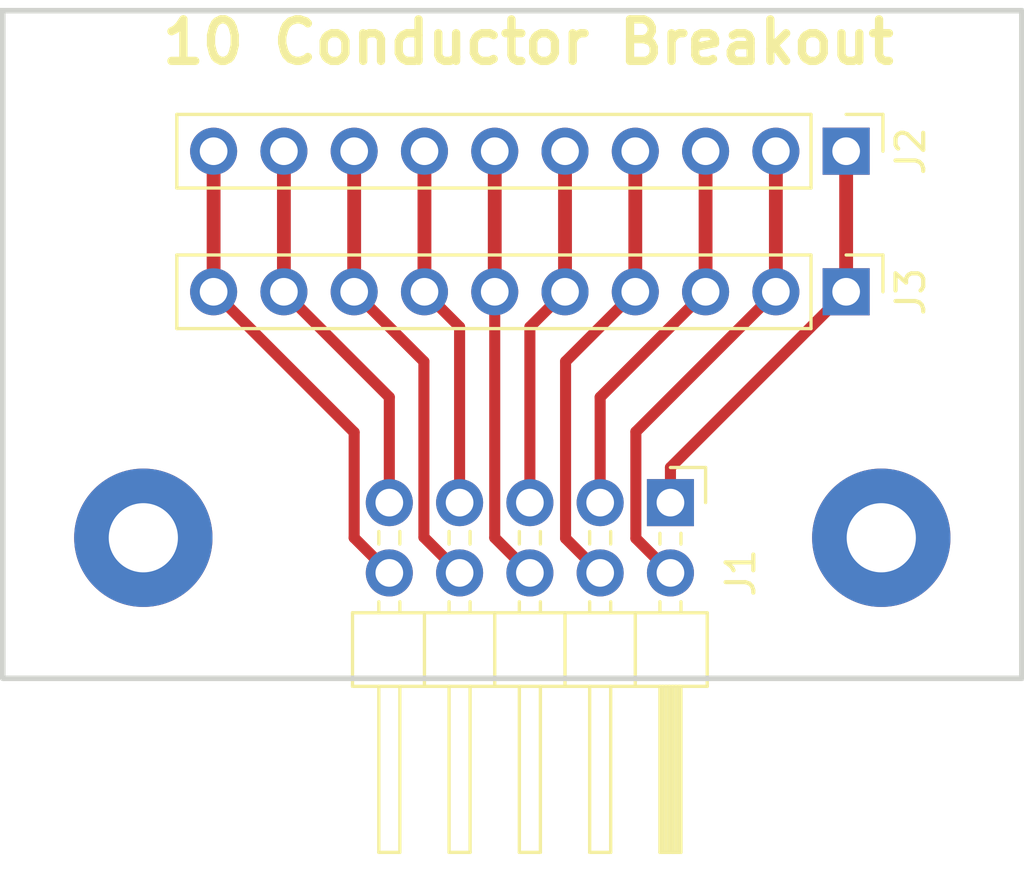
<source format=kicad_pcb>
(kicad_pcb (version 20221018) (generator pcbnew)
  (title_block (title "10 Conductor Ribbon Cable Breakout Board") (date "9-Aug-2023") (rev "-"))
  (layers (0 "F.Cu" signal) (31 "B.Cu" signal) (34 "B.Paste" user) (35 "F.Paste" user) (36 "B.SilkS" user "B.Silkscreen") (37 "F.SilkS" user "F.Silkscreen") (38 "B.Mask" user) (39 "F.Mask" user) (44 "Edge.Cuts" user))
  (net 0 "")
  (net 1 "Net-(J1-Pin_1)")
  (net 2 "Net-(J1-Pin_2)")
  (net 3 "Net-(J1-Pin_3)")
  (net 4 "Net-(J1-Pin_4)")
  (net 5 "Net-(J1-Pin_5)")
  (net 6 "Net-(J1-Pin_6)")
  (net 7 "Net-(J1-Pin_7)")
  (net 8 "Net-(J1-Pin_8)")
  (net 9 "Net-(J1-Pin_9)")
  (net 10 "Net-(J1-Pin_10)")
  (footprint "Connector_PinHeader_2.54mm:PinHeader_2x05_P2.54mm_Horizontal" (layer "F.Cu") (at 163.295 97.045 -90)
    (fp_text reference "J1" (at 2.54 -2.54 90) (layer "F.SilkS"))
    (fp_text value "Conn_02x05_Odd_Even")
    (fp_line (start -1.27 -1.27) (end 0 -1.27) (stroke (width 0.12)) (layer "F.SilkS"))
    (fp_line (start -1.27 0) (end -1.27 -1.27) (stroke (width 0.12)) (layer "F.SilkS"))
    (fp_line (start 1.042929 2.16) (end 1.497071 2.16) (stroke (width 0.12)) (layer "F.SilkS"))
    (fp_line (start 1.042929 2.92) (end 1.497071 2.92) (stroke (width 0.12)) (layer "F.SilkS"))
    (fp_line (start 1.042929 4.7) (end 1.497071 4.7) (stroke (width 0.12)) (layer "F.SilkS"))
    (fp_line (start 1.042929 5.46) (end 1.497071 5.46) (stroke (width 0.12)) (layer "F.SilkS"))
    (fp_line (start 1.042929 7.24) (end 1.497071 7.24) (stroke (width 0.12)) (layer "F.SilkS"))
    (fp_line (start 1.042929 8) (end 1.497071 8) (stroke (width 0.12)) (layer "F.SilkS"))
    (fp_line (start 1.042929 9.78) (end 1.497071 9.78) (stroke (width 0.12)) (layer "F.SilkS"))
    (fp_line (start 1.042929 10.54) (end 1.497071 10.54) (stroke (width 0.12)) (layer "F.SilkS"))
    (fp_line (start 1.11 -0.38) (end 1.497071 -0.38) (stroke (width 0.12)) (layer "F.SilkS"))
    (fp_line (start 1.11 0.38) (end 1.497071 0.38) (stroke (width 0.12)) (layer "F.SilkS"))
    (fp_line (start 3.582929 -0.38) (end 3.98 -0.38) (stroke (width 0.12)) (layer "F.SilkS"))
    (fp_line (start 3.582929 0.38) (end 3.98 0.38) (stroke (width 0.12)) (layer "F.SilkS"))
    (fp_line (start 3.582929 2.16) (end 3.98 2.16) (stroke (width 0.12)) (layer "F.SilkS"))
    (fp_line (start 3.582929 2.92) (end 3.98 2.92) (stroke (width 0.12)) (layer "F.SilkS"))
    (fp_line (start 3.582929 4.7) (end 3.98 4.7) (stroke (width 0.12)) (layer "F.SilkS"))
    (fp_line (start 3.582929 5.46) (end 3.98 5.46) (stroke (width 0.12)) (layer "F.SilkS"))
    (fp_line (start 3.582929 7.24) (end 3.98 7.24) (stroke (width 0.12)) (layer "F.SilkS"))
    (fp_line (start 3.582929 8) (end 3.98 8) (stroke (width 0.12)) (layer "F.SilkS"))
    (fp_line (start 3.582929 9.78) (end 3.98 9.78) (stroke (width 0.12)) (layer "F.SilkS"))
    (fp_line (start 3.582929 10.54) (end 3.98 10.54) (stroke (width 0.12)) (layer "F.SilkS"))
    (fp_line (start 3.98 -1.33) (end 3.98 11.49) (stroke (width 0.12)) (layer "F.SilkS"))
    (fp_line (start 3.98 1.27) (end 6.64 1.27) (stroke (width 0.12)) (layer "F.SilkS"))
    (fp_line (start 3.98 3.81) (end 6.64 3.81) (stroke (width 0.12)) (layer "F.SilkS"))
    (fp_line (start 3.98 6.35) (end 6.64 6.35) (stroke (width 0.12)) (layer "F.SilkS"))
    (fp_line (start 3.98 8.89) (end 6.64 8.89) (stroke (width 0.12)) (layer "F.SilkS"))
    (fp_line (start 3.98 11.49) (end 6.64 11.49) (stroke (width 0.12)) (layer "F.SilkS"))
    (fp_line (start 6.64 -1.33) (end 3.98 -1.33) (stroke (width 0.12)) (layer "F.SilkS"))
    (fp_line (start 6.64 -0.38) (end 12.64 -0.38) (stroke (width 0.12)) (layer "F.SilkS"))
    (fp_line (start 6.64 -0.32) (end 12.64 -0.32) (stroke (width 0.12)) (layer "F.SilkS"))
    (fp_line (start 6.64 -0.2) (end 12.64 -0.2) (stroke (width 0.12)) (layer "F.SilkS"))
    (fp_line (start 6.64 -0.08) (end 12.64 -0.08) (stroke (width 0.12)) (layer "F.SilkS"))
    (fp_line (start 6.64 0.04) (end 12.64 0.04) (stroke (width 0.12)) (layer "F.SilkS"))
    (fp_line (start 6.64 0.16) (end 12.64 0.16) (stroke (width 0.12)) (layer "F.SilkS"))
    (fp_line (start 6.64 0.28) (end 12.64 0.28) (stroke (width 0.12)) (layer "F.SilkS"))
    (fp_line (start 6.64 2.16) (end 12.64 2.16) (stroke (width 0.12)) (layer "F.SilkS"))
    (fp_line (start 6.64 4.7) (end 12.64 4.7) (stroke (width 0.12)) (layer "F.SilkS"))
    (fp_line (start 6.64 7.24) (end 12.64 7.24) (stroke (width 0.12)) (layer "F.SilkS"))
    (fp_line (start 6.64 9.78) (end 12.64 9.78) (stroke (width 0.12)) (layer "F.SilkS"))
    (fp_line (start 6.64 11.49) (end 6.64 -1.33) (stroke (width 0.12)) (layer "F.SilkS"))
    (fp_line (start 12.64 -0.38) (end 12.64 0.38) (stroke (width 0.12)) (layer "F.SilkS"))
    (fp_line (start 12.64 0.38) (end 6.64 0.38) (stroke (width 0.12)) (layer "F.SilkS"))
    (fp_line (start 12.64 2.16) (end 12.64 2.92) (stroke (width 0.12)) (layer "F.SilkS"))
    (fp_line (start 12.64 2.92) (end 6.64 2.92) (stroke (width 0.12)) (layer "F.SilkS"))
    (fp_line (start 12.64 4.7) (end 12.64 5.46) (stroke (width 0.12)) (layer "F.SilkS"))
    (fp_line (start 12.64 5.46) (end 6.64 5.46) (stroke (width 0.12)) (layer "F.SilkS"))
    (fp_line (start 12.64 7.24) (end 12.64 8) (stroke (width 0.12)) (layer "F.SilkS"))
    (fp_line (start 12.64 8) (end 6.64 8) (stroke (width 0.12)) (layer "F.SilkS"))
    (fp_line (start 12.64 9.78) (end 12.64 10.54) (stroke (width 0.12)) (layer "F.SilkS"))
    (fp_line (start 12.64 10.54) (end 6.64 10.54) (stroke (width 0.12)) (layer "F.SilkS"))
    (pad "1" thru_hole rect (at 0 0 270) (size 1.7 1.7) (drill 1) (layers "*.Cu" "*.Mask") (net 1 "Net-(J1-Pin_1)"))
    (pad "2" thru_hole oval (at 2.54 0 270) (size 1.7 1.7) (drill 1) (layers "*.Cu" "*.Mask") (net 2 "Net-(J1-Pin_2)"))
    (pad "3" thru_hole oval (at 0 2.54 270) (size 1.7 1.7) (drill 1) (layers "*.Cu" "*.Mask") (net 3 "Net-(J1-Pin_3)"))
    (pad "4" thru_hole oval (at 2.54 2.54 270) (size 1.7 1.7) (drill 1) (layers "*.Cu" "*.Mask") (net 4 "Net-(J1-Pin_4)"))
    (pad "5" thru_hole oval (at 0 5.08 270) (size 1.7 1.7) (drill 1) (layers "*.Cu" "*.Mask") (net 5 "Net-(J1-Pin_5)"))
    (pad "6" thru_hole oval (at 2.54 5.08 270) (size 1.7 1.7) (drill 1) (layers "*.Cu" "*.Mask") (net 6 "Net-(J1-Pin_6)"))
    (pad "7" thru_hole oval (at 0 7.62 270) (size 1.7 1.7) (drill 1) (layers "*.Cu" "*.Mask") (net 7 "Net-(J1-Pin_7)"))
    (pad "8" thru_hole oval (at 2.54 7.62 270) (size 1.7 1.7) (drill 1) (layers "*.Cu" "*.Mask") (net 8 "Net-(J1-Pin_8)"))
    (pad "9" thru_hole oval (at 0 10.16 270) (size 1.7 1.7) (drill 1) (layers "*.Cu" "*.Mask") (net 9 "Net-(J1-Pin_9)"))
    (pad "10" thru_hole oval (at 2.54 10.16 270) (size 1.7 1.7) (drill 1) (layers "*.Cu" "*.Mask") (net 10 "Net-(J1-Pin_10)"))
  )
  (footprint "Connector_PinHeader_2.54mm:PinHeader_1x10_P2.54mm_Vertical" (layer "F.Cu") (at 169.645 84.345 -90)
    (fp_text reference "J2" (at 0 -2.33 90) (layer "F.SilkS"))
    (fp_text value "Conn_01x10")
    (fp_line (start -1.33 -1.33) (end 0 -1.33) (stroke (width 0.12)) (layer "F.SilkS"))
    (fp_line (start -1.33 0) (end -1.33 -1.33) (stroke (width 0.12)) (layer "F.SilkS"))
    (fp_line (start -1.33 1.27) (end -1.33 24.19) (stroke (width 0.12)) (layer "F.SilkS"))
    (fp_line (start -1.33 1.27) (end 1.33 1.27) (stroke (width 0.12)) (layer "F.SilkS"))
    (fp_line (start -1.33 24.19) (end 1.33 24.19) (stroke (width 0.12)) (layer "F.SilkS"))
    (fp_line (start 1.33 1.27) (end 1.33 24.19) (stroke (width 0.12)) (layer "F.SilkS"))
    (pad "1" thru_hole rect (at 0 0 270) (size 1.7 1.7) (drill 1) (layers "*.Cu" "*.Mask") (net 1 "Net-(J1-Pin_1)"))
    (pad "2" thru_hole oval (at 0 2.54 270) (size 1.7 1.7) (drill 1) (layers "*.Cu" "*.Mask") (net 2 "Net-(J1-Pin_2)"))
    (pad "3" thru_hole oval (at 0 5.08 270) (size 1.7 1.7) (drill 1) (layers "*.Cu" "*.Mask") (net 3 "Net-(J1-Pin_3)"))
    (pad "4" thru_hole oval (at 0 7.62 270) (size 1.7 1.7) (drill 1) (layers "*.Cu" "*.Mask") (net 4 "Net-(J1-Pin_4)"))
    (pad "5" thru_hole oval (at 0 10.16 270) (size 1.7 1.7) (drill 1) (layers "*.Cu" "*.Mask") (net 5 "Net-(J1-Pin_5)"))
    (pad "6" thru_hole oval (at 0 12.7 270) (size 1.7 1.7) (drill 1) (layers "*.Cu" "*.Mask") (net 6 "Net-(J1-Pin_6)"))
    (pad "7" thru_hole oval (at 0 15.24 270) (size 1.7 1.7) (drill 1) (layers "*.Cu" "*.Mask") (net 7 "Net-(J1-Pin_7)"))
    (pad "8" thru_hole oval (at 0 17.78 270) (size 1.7 1.7) (drill 1) (layers "*.Cu" "*.Mask") (net 8 "Net-(J1-Pin_8)"))
    (pad "9" thru_hole oval (at 0 20.32 270) (size 1.7 1.7) (drill 1) (layers "*.Cu" "*.Mask") (net 9 "Net-(J1-Pin_9)"))
    (pad "10" thru_hole oval (at 0 22.86 270) (size 1.7 1.7) (drill 1) (layers "*.Cu" "*.Mask") (net 10 "Net-(J1-Pin_10)"))
  )
  (footprint "MountingHole:MountingHole_2.5mm_Pad" (layer "F.Cu") (at 144.245 98.315 -90)
    (fp_text reference "REF2")
    (fp_text value "MountingHole_2.5mm_Pad")
    (pad "2" thru_hole circle (at 0 0 270) (size 5 5) (drill 2.5) (layers "*.Cu" "*.Mask"))
  )
  (footprint "MountingHole:MountingHole_2.5mm_Pad" (layer "F.Cu") (at 170.915 98.315 -90)
    (fp_text reference "REF1")
    (fp_text value "MountingHole_2.5mm_Pad")
    (pad "1" thru_hole circle (at 0 0 270) (size 5 5) (drill 2.5) (layers "*.Cu" "*.Mask"))
  )
  (footprint "Connector_PinHeader_2.54mm:PinHeader_1x10_P2.54mm_Vertical" (layer "F.Cu") (at 169.645 89.425 -90)
    (fp_text reference "J3" (at 0 -2.33 90) (layer "F.SilkS"))
    (fp_text value "Conn_01x10")
    (fp_line (start -1.33 -1.33) (end 0 -1.33) (stroke (width 0.12)) (layer "F.SilkS"))
    (fp_line (start -1.33 0) (end -1.33 -1.33) (stroke (width 0.12)) (layer "F.SilkS"))
    (fp_line (start -1.33 1.27) (end -1.33 24.19) (stroke (width 0.12)) (layer "F.SilkS"))
    (fp_line (start -1.33 1.27) (end 1.33 1.27) (stroke (width 0.12)) (layer "F.SilkS"))
    (fp_line (start -1.33 24.19) (end 1.33 24.19) (stroke (width 0.12)) (layer "F.SilkS"))
    (fp_line (start 1.33 1.27) (end 1.33 24.19) (stroke (width 0.12)) (layer "F.SilkS"))
    (pad "1" thru_hole rect (at 0 0 270) (size 1.7 1.7) (drill 1) (layers "*.Cu" "*.Mask") (net 1 "Net-(J1-Pin_1)"))
    (pad "2" thru_hole oval (at 0 2.54 270) (size 1.7 1.7) (drill 1) (layers "*.Cu" "*.Mask") (net 2 "Net-(J1-Pin_2)"))
    (pad "3" thru_hole oval (at 0 5.08 270) (size 1.7 1.7) (drill 1) (layers "*.Cu" "*.Mask") (net 3 "Net-(J1-Pin_3)"))
    (pad "4" thru_hole oval (at 0 7.62 270) (size 1.7 1.7) (drill 1) (layers "*.Cu" "*.Mask") (net 4 "Net-(J1-Pin_4)"))
    (pad "5" thru_hole oval (at 0 10.16 270) (size 1.7 1.7) (drill 1) (layers "*.Cu" "*.Mask") (net 5 "Net-(J1-Pin_5)"))
    (pad "6" thru_hole oval (at 0 12.7 270) (size 1.7 1.7) (drill 1) (layers "*.Cu" "*.Mask") (net 6 "Net-(J1-Pin_6)"))
    (pad "7" thru_hole oval (at 0 15.24 270) (size 1.7 1.7) (drill 1) (layers "*.Cu" "*.Mask") (net 7 "Net-(J1-Pin_7)"))
    (pad "8" thru_hole oval (at 0 17.78 270) (size 1.7 1.7) (drill 1) (layers "*.Cu" "*.Mask") (net 8 "Net-(J1-Pin_8)"))
    (pad "9" thru_hole oval (at 0 20.32 270) (size 1.7 1.7) (drill 1) (layers "*.Cu" "*.Mask") (net 9 "Net-(J1-Pin_9)"))
    (pad "10" thru_hole oval (at 0 22.86 270) (size 1.7 1.7) (drill 1) (layers "*.Cu" "*.Mask") (net 10 "Net-(J1-Pin_10)"))
  )
  (gr_rect (start 175.995 79.265) (end 139.165 103.395) (stroke (width 0.2)) (fill none) (layer "Edge.Cuts"))
  (gr_text "10 Conductor Breakout" (at 144.78 81.28) (layer "F.SilkS") (effects (font (size 1.5 1.5) (thickness 0.3) bold) (justify left bottom)))
  (segment (start 163.295 97.045) (end 163.295 95.775) (width 0.4) (layer "F.Cu") (net 1))
  (segment (start 169.645 84.345) (end 169.645 89.425) (width 0.5) (layer "F.Cu") (net 1))
  (segment (start 163.295 95.775) (end 169.645 89.425) (width 0.4) (layer "F.Cu") (net 1))
  (segment (start 167.105 89.425) (end 167.105 84.345) (width 0.5) (layer "F.Cu") (net 2))
  (segment (start 162.045 98.335) (end 162.045 94.485) (width 0.4) (layer "F.Cu") (net 2))
  (segment (start 163.295 99.585) (end 162.045 98.335) (width 0.4) (layer "F.Cu") (net 2))
  (segment (start 162.045 94.485) (end 167.105 89.425) (width 0.4) (layer "F.Cu") (net 2))
  (segment (start 160.755 97.045) (end 160.755 93.235) (width 0.4) (layer "F.Cu") (net 3))
  (segment (start 164.565 84.345) (end 164.565 89.425) (width 0.5) (layer "F.Cu") (net 3))
  (segment (start 160.755 93.235) (end 164.565 89.425) (width 0.4) (layer "F.Cu") (net 3))
  (segment (start 159.505 98.335) (end 159.505 91.945) (width 0.4) (layer "F.Cu") (net 4))
  (segment (start 159.505 91.945) (end 162.025 89.425) (width 0.4) (layer "F.Cu") (net 4))
  (segment (start 160.755 99.585) (end 159.505 98.335) (width 0.4) (layer "F.Cu") (net 4))
  (segment (start 162.025 89.425) (end 162.025 84.345) (width 0.5) (layer "F.Cu") (net 4))
  (segment (start 159.485 84.345) (end 159.485 89.425) (width 0.5) (layer "F.Cu") (net 5))
  (segment (start 158.215 97.045) (end 158.215 90.695) (width 0.4) (layer "F.Cu") (net 5))
  (segment (start 158.215 90.695) (end 159.485 89.425) (width 0.4) (layer "F.Cu") (net 5))
  (segment (start 158.215 99.585) (end 156.945 98.315) (width 0.4) (layer "F.Cu") (net 6))
  (segment (start 156.945 98.315) (end 156.945 89.425) (width 0.4) (layer "F.Cu") (net 6))
  (segment (start 156.945 89.425) (end 156.945 84.345) (width 0.5) (layer "F.Cu") (net 6))
  (segment (start 154.405 84.345) (end 154.405 89.425) (width 0.5) (layer "F.Cu") (net 7))
  (segment (start 155.675 97.045) (end 155.675 90.695) (width 0.4) (layer "F.Cu") (net 7))
  (segment (start 155.675 90.695) (end 154.405 89.425) (width 0.4) (layer "F.Cu") (net 7))
  (segment (start 155.675 99.585) (end 154.385 98.295) (width 0.4) (layer "F.Cu") (net 8))
  (segment (start 154.385 98.295) (end 154.385 91.945) (width 0.4) (layer "F.Cu") (net 8))
  (segment (start 151.865 89.425) (end 151.865 84.345) (width 0.5) (layer "F.Cu") (net 8))
  (segment (start 154.385 91.945) (end 151.865 89.425) (width 0.4) (layer "F.Cu") (net 8))
  (segment (start 153.135 97.045) (end 153.135 93.235) (width 0.4) (layer "F.Cu") (net 9))
  (segment (start 153.135 93.235) (end 149.325 89.425) (width 0.4) (layer "F.Cu") (net 9))
  (segment (start 149.325 84.345) (end 149.325 89.425) (width 0.5) (layer "F.Cu") (net 9))
  (segment (start 151.865 94.505) (end 146.785 89.425) (width 0.4) (layer "F.Cu") (net 10))
  (segment (start 151.865 98.315) (end 151.865 94.505) (width 0.4) (layer "F.Cu") (net 10))
  (segment (start 153.135 99.585) (end 151.865 98.315) (width 0.4) (layer "F.Cu") (net 10))
  (segment (start 146.785 89.425) (end 146.785 84.345) (width 0.5) (layer "F.Cu") (net 10))
)
</source>
